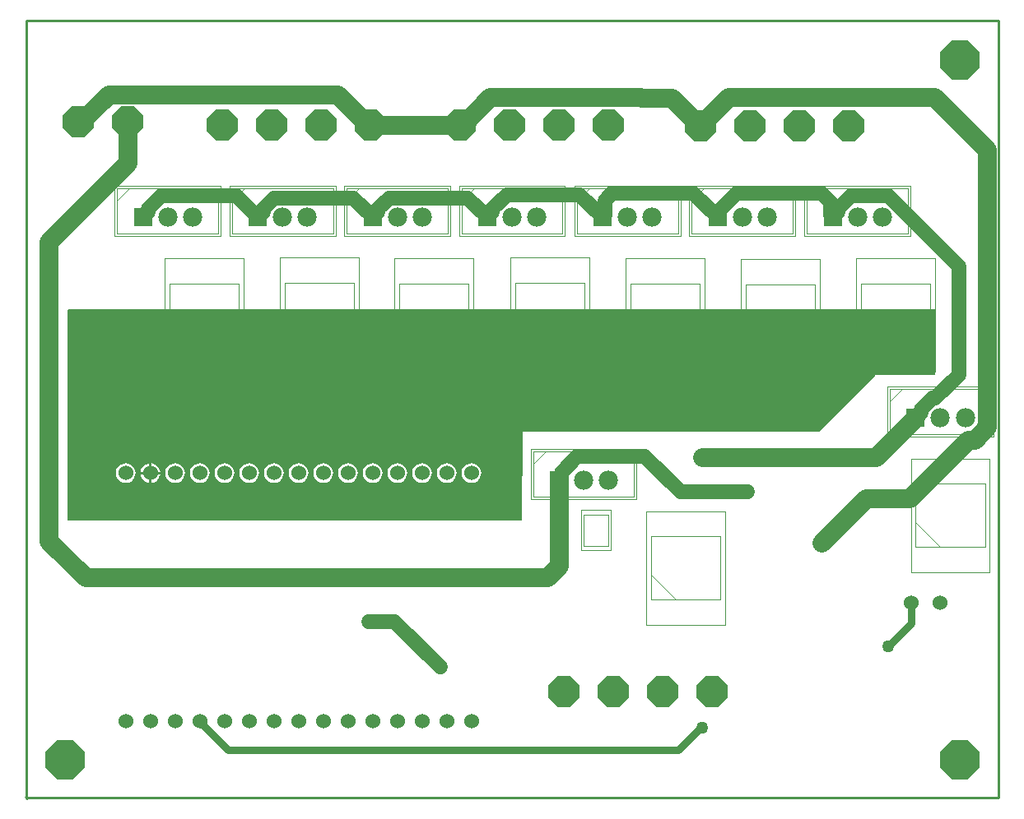
<source format=gbl>
G04*
G04 #@! TF.GenerationSoftware,Altium Limited,Altium Designer,20.0.13 (296)*
G04*
G04 Layer_Physical_Order=2*
G04 Layer_Color=16711680*
%FSLAX44Y44*%
%MOMM*%
G71*
G01*
G75*
%ADD10C,0.2540*%
%ADD14C,0.1000*%
%ADD15C,0.0500*%
%ADD34C,0.8000*%
%ADD35C,1.5240*%
%ADD36C,1.9800*%
%ADD37C,1.5240*%
%ADD38P,3.4641X8X202.5*%
%ADD39P,4.3296X8X22.5*%
%ADD40R,1.9800X1.9800*%
%ADD41C,1.9800*%
%ADD42C,1.2700*%
G36*
X895350Y396240D02*
X833120D01*
Y394970D01*
X775970Y337820D01*
X471170D01*
X469900Y246380D01*
X2540D01*
Y462280D01*
X3810Y463550D01*
X895350D01*
Y396240D01*
D02*
G37*
%LPC*%
G36*
X89070Y305081D02*
Y296270D01*
X97880D01*
X97698Y297652D01*
X96675Y300124D01*
X95046Y302246D01*
X92924Y303875D01*
X90452Y304898D01*
X89070Y305081D01*
D02*
G37*
G36*
X86530D02*
X85148Y304898D01*
X82676Y303875D01*
X80554Y302246D01*
X78925Y300124D01*
X77902Y297652D01*
X77719Y296270D01*
X86530D01*
Y305081D01*
D02*
G37*
G36*
X97880Y293730D02*
X89070D01*
Y284919D01*
X90452Y285102D01*
X92924Y286125D01*
X95046Y287754D01*
X96675Y289876D01*
X97698Y292348D01*
X97880Y293730D01*
D02*
G37*
G36*
X86530D02*
X77719D01*
X77902Y292348D01*
X78925Y289876D01*
X80554Y287754D01*
X82676Y286125D01*
X85148Y285102D01*
X86530Y284919D01*
Y293730D01*
D02*
G37*
G36*
X418000Y305248D02*
X415348Y304898D01*
X412876Y303875D01*
X410754Y302246D01*
X409125Y300124D01*
X408102Y297652D01*
X407752Y295000D01*
X408102Y292348D01*
X409125Y289876D01*
X410754Y287754D01*
X412876Y286125D01*
X415348Y285102D01*
X418000Y284752D01*
X420652Y285102D01*
X423124Y286125D01*
X425246Y287754D01*
X426875Y289876D01*
X427898Y292348D01*
X428248Y295000D01*
X427898Y297652D01*
X426875Y300124D01*
X425246Y302246D01*
X423124Y303875D01*
X420652Y304898D01*
X418000Y305248D01*
D02*
G37*
G36*
X392600D02*
X389948Y304898D01*
X387476Y303875D01*
X385354Y302246D01*
X383725Y300124D01*
X382701Y297652D01*
X382352Y295000D01*
X382701Y292348D01*
X383725Y289876D01*
X385354Y287754D01*
X387476Y286125D01*
X389948Y285102D01*
X392600Y284752D01*
X395252Y285102D01*
X397724Y286125D01*
X399846Y287754D01*
X401475Y289876D01*
X402499Y292348D01*
X402848Y295000D01*
X402499Y297652D01*
X401475Y300124D01*
X399846Y302246D01*
X397724Y303875D01*
X395252Y304898D01*
X392600Y305248D01*
D02*
G37*
G36*
X367200D02*
X364548Y304898D01*
X362076Y303875D01*
X359954Y302246D01*
X358325Y300124D01*
X357301Y297652D01*
X356952Y295000D01*
X357301Y292348D01*
X358325Y289876D01*
X359954Y287754D01*
X362076Y286125D01*
X364548Y285102D01*
X367200Y284752D01*
X369852Y285102D01*
X372324Y286125D01*
X374446Y287754D01*
X376075Y289876D01*
X377099Y292348D01*
X377448Y295000D01*
X377099Y297652D01*
X376075Y300124D01*
X374446Y302246D01*
X372324Y303875D01*
X369852Y304898D01*
X367200Y305248D01*
D02*
G37*
G36*
X341800D02*
X339148Y304898D01*
X336676Y303875D01*
X334554Y302246D01*
X332925Y300124D01*
X331902Y297652D01*
X331552Y295000D01*
X331902Y292348D01*
X332925Y289876D01*
X334554Y287754D01*
X336676Y286125D01*
X339148Y285102D01*
X341800Y284752D01*
X344452Y285102D01*
X346924Y286125D01*
X349046Y287754D01*
X350675Y289876D01*
X351698Y292348D01*
X352048Y295000D01*
X351698Y297652D01*
X350675Y300124D01*
X349046Y302246D01*
X346924Y303875D01*
X344452Y304898D01*
X341800Y305248D01*
D02*
G37*
G36*
X316400D02*
X313748Y304898D01*
X311276Y303875D01*
X309154Y302246D01*
X307525Y300124D01*
X306502Y297652D01*
X306152Y295000D01*
X306502Y292348D01*
X307525Y289876D01*
X309154Y287754D01*
X311276Y286125D01*
X313748Y285102D01*
X316400Y284752D01*
X319052Y285102D01*
X321524Y286125D01*
X323646Y287754D01*
X325275Y289876D01*
X326298Y292348D01*
X326648Y295000D01*
X326298Y297652D01*
X325275Y300124D01*
X323646Y302246D01*
X321524Y303875D01*
X319052Y304898D01*
X316400Y305248D01*
D02*
G37*
G36*
X291000D02*
X288348Y304898D01*
X285876Y303875D01*
X283754Y302246D01*
X282125Y300124D01*
X281101Y297652D01*
X280752Y295000D01*
X281101Y292348D01*
X282125Y289876D01*
X283754Y287754D01*
X285876Y286125D01*
X288348Y285102D01*
X291000Y284752D01*
X293652Y285102D01*
X296124Y286125D01*
X298246Y287754D01*
X299875Y289876D01*
X300898Y292348D01*
X301248Y295000D01*
X300898Y297652D01*
X299875Y300124D01*
X298246Y302246D01*
X296124Y303875D01*
X293652Y304898D01*
X291000Y305248D01*
D02*
G37*
G36*
X265600D02*
X262948Y304898D01*
X260476Y303875D01*
X258354Y302246D01*
X256725Y300124D01*
X255702Y297652D01*
X255352Y295000D01*
X255702Y292348D01*
X256725Y289876D01*
X258354Y287754D01*
X260476Y286125D01*
X262948Y285102D01*
X265600Y284752D01*
X268252Y285102D01*
X270724Y286125D01*
X272846Y287754D01*
X274475Y289876D01*
X275499Y292348D01*
X275848Y295000D01*
X275499Y297652D01*
X274475Y300124D01*
X272846Y302246D01*
X270724Y303875D01*
X268252Y304898D01*
X265600Y305248D01*
D02*
G37*
G36*
X240200D02*
X237548Y304898D01*
X235076Y303875D01*
X232954Y302246D01*
X231325Y300124D01*
X230301Y297652D01*
X229952Y295000D01*
X230301Y292348D01*
X231325Y289876D01*
X232954Y287754D01*
X235076Y286125D01*
X237548Y285102D01*
X240200Y284752D01*
X242852Y285102D01*
X245324Y286125D01*
X247446Y287754D01*
X249075Y289876D01*
X250098Y292348D01*
X250448Y295000D01*
X250098Y297652D01*
X249075Y300124D01*
X247446Y302246D01*
X245324Y303875D01*
X242852Y304898D01*
X240200Y305248D01*
D02*
G37*
G36*
X214800D02*
X212148Y304898D01*
X209676Y303875D01*
X207554Y302246D01*
X205925Y300124D01*
X204902Y297652D01*
X204552Y295000D01*
X204902Y292348D01*
X205925Y289876D01*
X207554Y287754D01*
X209676Y286125D01*
X212148Y285102D01*
X214800Y284752D01*
X217452Y285102D01*
X219924Y286125D01*
X222046Y287754D01*
X223675Y289876D01*
X224699Y292348D01*
X225048Y295000D01*
X224699Y297652D01*
X223675Y300124D01*
X222046Y302246D01*
X219924Y303875D01*
X217452Y304898D01*
X214800Y305248D01*
D02*
G37*
G36*
X189400D02*
X186748Y304898D01*
X184276Y303875D01*
X182154Y302246D01*
X180525Y300124D01*
X179501Y297652D01*
X179152Y295000D01*
X179501Y292348D01*
X180525Y289876D01*
X182154Y287754D01*
X184276Y286125D01*
X186748Y285102D01*
X189400Y284752D01*
X192052Y285102D01*
X194524Y286125D01*
X196646Y287754D01*
X198275Y289876D01*
X199298Y292348D01*
X199648Y295000D01*
X199298Y297652D01*
X198275Y300124D01*
X196646Y302246D01*
X194524Y303875D01*
X192052Y304898D01*
X189400Y305248D01*
D02*
G37*
G36*
X164000D02*
X161348Y304898D01*
X158876Y303875D01*
X156754Y302246D01*
X155125Y300124D01*
X154101Y297652D01*
X153752Y295000D01*
X154101Y292348D01*
X155125Y289876D01*
X156754Y287754D01*
X158876Y286125D01*
X161348Y285102D01*
X164000Y284752D01*
X166652Y285102D01*
X169124Y286125D01*
X171246Y287754D01*
X172875Y289876D01*
X173899Y292348D01*
X174248Y295000D01*
X173899Y297652D01*
X172875Y300124D01*
X171246Y302246D01*
X169124Y303875D01*
X166652Y304898D01*
X164000Y305248D01*
D02*
G37*
G36*
X138600D02*
X135948Y304898D01*
X133476Y303875D01*
X131354Y302246D01*
X129725Y300124D01*
X128701Y297652D01*
X128352Y295000D01*
X128701Y292348D01*
X129725Y289876D01*
X131354Y287754D01*
X133476Y286125D01*
X135948Y285102D01*
X138600Y284752D01*
X141252Y285102D01*
X143724Y286125D01*
X145846Y287754D01*
X147475Y289876D01*
X148498Y292348D01*
X148848Y295000D01*
X148498Y297652D01*
X147475Y300124D01*
X145846Y302246D01*
X143724Y303875D01*
X141252Y304898D01*
X138600Y305248D01*
D02*
G37*
G36*
X113200D02*
X110548Y304898D01*
X108076Y303875D01*
X105954Y302246D01*
X104325Y300124D01*
X103301Y297652D01*
X102952Y295000D01*
X103301Y292348D01*
X104325Y289876D01*
X105954Y287754D01*
X108076Y286125D01*
X110548Y285102D01*
X113200Y284752D01*
X115852Y285102D01*
X118324Y286125D01*
X120446Y287754D01*
X122075Y289876D01*
X123098Y292348D01*
X123448Y295000D01*
X123098Y297652D01*
X122075Y300124D01*
X120446Y302246D01*
X118324Y303875D01*
X115852Y304898D01*
X113200Y305248D01*
D02*
G37*
G36*
X62400D02*
X59748Y304898D01*
X57276Y303875D01*
X55154Y302246D01*
X53525Y300124D01*
X52502Y297652D01*
X52152Y295000D01*
X52502Y292348D01*
X53525Y289876D01*
X55154Y287754D01*
X57276Y286125D01*
X59748Y285102D01*
X62400Y284752D01*
X65052Y285102D01*
X67524Y286125D01*
X69646Y287754D01*
X71275Y289876D01*
X72298Y292348D01*
X72648Y295000D01*
X72298Y297652D01*
X71275Y300124D01*
X69646Y302246D01*
X67524Y303875D01*
X65052Y304898D01*
X62400Y305248D01*
D02*
G37*
%LPD*%
D10*
X-39880Y760730D02*
X960120D01*
Y560730D02*
Y760730D01*
Y160730D02*
Y560730D01*
Y-39270D02*
Y160730D01*
X-39880Y360730D02*
Y760730D01*
Y-39270D02*
Y360730D01*
X710120Y-39270D02*
X960120D01*
X210120D02*
X710120D01*
X-39880D02*
X210120D01*
X-40515Y-38635D02*
X-39245Y-39905D01*
D14*
X558600Y220220D02*
Y252220D01*
X533600Y220220D02*
X558600D01*
X533600D02*
Y252220D01*
X558600D01*
X602787Y164570D02*
Y229570D01*
X673988D01*
Y164570D02*
Y229570D01*
X602787Y164570D02*
X673988D01*
X602787Y189970D02*
X628187Y164570D01*
X481400Y316952D02*
X585400D01*
Y270952D02*
Y316952D01*
X481400Y270952D02*
X585400D01*
X481400D02*
Y316952D01*
Y304202D02*
X494150Y316952D01*
X848430Y381290D02*
X952430D01*
Y335290D02*
Y381290D01*
X848430Y335290D02*
X952430D01*
X848430D02*
Y381290D01*
Y368540D02*
X861180Y381290D01*
X818688Y425215D02*
Y490215D01*
X889887D01*
Y425215D02*
Y490215D01*
X818688Y425215D02*
X889887D01*
X818688Y450615D02*
X844088Y425215D01*
X699830Y424385D02*
Y489385D01*
X771030D01*
Y424385D02*
Y489385D01*
X699830Y424385D02*
X771030D01*
X699830Y449785D02*
X725230Y424385D01*
X581323Y425215D02*
Y490215D01*
X652523D01*
Y425215D02*
Y490215D01*
X581323Y425215D02*
X652523D01*
X581323Y450615D02*
X606723Y425215D01*
X463213Y425655D02*
Y490655D01*
X534412D01*
Y425655D02*
Y490655D01*
X463213Y425655D02*
X534412D01*
X463213Y451055D02*
X488613Y425655D01*
X343833Y425215D02*
Y490215D01*
X415033D01*
Y425215D02*
Y490215D01*
X343833Y425215D02*
X415033D01*
X343833Y450615D02*
X369233Y425215D01*
X226145Y425655D02*
Y490655D01*
X297345D01*
Y425655D02*
Y490655D01*
X226145Y425655D02*
X297345D01*
X226145Y451055D02*
X251545Y425655D01*
X107613Y425215D02*
Y490215D01*
X178813D01*
Y425215D02*
Y490215D01*
X107613Y425215D02*
X178813D01*
X107613Y450615D02*
X133013Y425215D01*
X874990Y218960D02*
Y283960D01*
X946190D01*
Y218960D02*
Y283960D01*
X874990Y218960D02*
X946190D01*
X874990Y244360D02*
X900390Y218960D01*
X53635Y587765D02*
X157635D01*
Y541765D02*
Y587765D01*
X53635Y541765D02*
X157635D01*
X53635D02*
Y587765D01*
Y575015D02*
X66385Y587765D01*
X289855D02*
X393855D01*
Y541765D02*
Y587765D01*
X289855Y541765D02*
X393855D01*
X289855D02*
Y587765D01*
Y575015D02*
X302605Y587765D01*
X171745D02*
X275745D01*
Y541765D02*
Y587765D01*
X171745Y541765D02*
X275745D01*
X171745D02*
Y587765D01*
Y575015D02*
X184495Y587765D01*
X407765D02*
X511765D01*
Y541765D02*
Y587765D01*
X407765Y541765D02*
X511765D01*
X407765D02*
Y587765D01*
Y575015D02*
X420515Y587765D01*
X526500D02*
X630500D01*
Y541765D02*
Y587765D01*
X526500Y541765D02*
X630500D01*
X526500D02*
Y587765D01*
Y575015D02*
X539250Y587765D01*
X644610D02*
X748610D01*
Y541765D02*
Y587765D01*
X644610Y541765D02*
X748610D01*
X644610D02*
Y587765D01*
Y575015D02*
X657360Y587765D01*
X763118D02*
X867117D01*
Y541765D02*
Y587765D01*
X763118Y541765D02*
X867117D01*
X763118D02*
Y587765D01*
Y575015D02*
X775867Y587765D01*
D15*
X561200Y215620D02*
Y256820D01*
X531000Y215620D02*
X561200D01*
X531000D02*
Y256820D01*
X561200D01*
X597788Y138570D02*
Y255570D01*
X678987D01*
Y138570D02*
Y255570D01*
X597788Y138570D02*
X678987D01*
X478900Y319453D02*
X587900D01*
Y268452D02*
Y319453D01*
X478900Y268452D02*
X587900D01*
X478900D02*
Y319453D01*
X845930Y383790D02*
X954930D01*
Y332790D02*
Y383790D01*
X845930Y332790D02*
X954930D01*
X845930D02*
Y383790D01*
X813688Y399215D02*
Y516215D01*
X894888D01*
Y399215D02*
Y516215D01*
X813688Y399215D02*
X894888D01*
X694830Y398385D02*
Y515385D01*
X776030D01*
Y398385D02*
Y515385D01*
X694830Y398385D02*
X776030D01*
X576323Y399215D02*
Y516215D01*
X657523D01*
Y399215D02*
Y516215D01*
X576323Y399215D02*
X657523D01*
X458213Y399655D02*
Y516655D01*
X539413D01*
Y399655D02*
Y516655D01*
X458213Y399655D02*
X539413D01*
X338833Y399215D02*
Y516215D01*
X420033D01*
Y399215D02*
Y516215D01*
X338833Y399215D02*
X420033D01*
X221145Y399655D02*
Y516655D01*
X302345D01*
Y399655D02*
Y516655D01*
X221145Y399655D02*
X302345D01*
X102612Y399215D02*
Y516215D01*
X183813D01*
Y399215D02*
Y516215D01*
X102612Y399215D02*
X183813D01*
X869990Y192960D02*
Y309960D01*
X951190D01*
Y192960D02*
Y309960D01*
X869990Y192960D02*
X951190D01*
X51135Y590265D02*
X160135D01*
Y539265D02*
Y590265D01*
X51135Y539265D02*
X160135D01*
X51135D02*
Y590265D01*
X287355D02*
X396355D01*
Y539265D02*
Y590265D01*
X287355Y539265D02*
X396355D01*
X287355D02*
Y590265D01*
X169245D02*
X278245D01*
Y539265D02*
Y590265D01*
X169245Y539265D02*
X278245D01*
X169245D02*
Y590265D01*
X405265D02*
X514265D01*
Y539265D02*
Y590265D01*
X405265Y539265D02*
X514265D01*
X405265D02*
Y590265D01*
X524000D02*
X633000D01*
Y539265D02*
Y590265D01*
X524000Y539265D02*
X633000D01*
X524000D02*
Y590265D01*
X642110D02*
X751110D01*
Y539265D02*
Y590265D01*
X642110Y539265D02*
X751110D01*
X642110D02*
Y590265D01*
X760618D02*
X869617D01*
Y539265D02*
Y590265D01*
X760618Y539265D02*
X869617D01*
X760618D02*
Y590265D01*
D34*
X137285Y40105D02*
X167390Y10000D01*
X631028D02*
X654048Y33020D01*
X167390Y10000D02*
X631028D01*
X654048Y33020D02*
X655320D01*
X870190Y139940D02*
Y161290D01*
X847090Y116840D02*
X870190Y139940D01*
D35*
X339090Y142240D02*
X386080Y95250D01*
X312420Y142240D02*
X339090D01*
X846824Y580427D02*
X919480Y507772D01*
Y396340D02*
Y507772D01*
X894990Y371850D02*
X919480Y396340D01*
X874930Y351790D02*
X880370Y357230D01*
Y360099D02*
X892121Y371850D01*
X894990D01*
X880370Y357230D02*
Y360099D01*
X808911Y580427D02*
X846824D01*
X507900Y287453D02*
X510180Y289733D01*
Y295550D01*
X527050Y312420D01*
X596265D01*
X633095Y275590D01*
X702310D01*
X533400Y287453D02*
Y288687D01*
X80135Y558265D02*
X85575Y563705D01*
Y566574D01*
X99391Y580390D01*
X176120D02*
X198245Y558265D01*
X99391Y580390D02*
X176120D01*
X215436Y578325D02*
X287815D01*
X288290Y577850D01*
X203685Y566574D02*
X215436Y578325D01*
X203685Y563705D02*
Y566574D01*
X198245Y558265D02*
X203685Y563705D01*
X296770Y577850D02*
X316355Y558265D01*
X288290Y577850D02*
X296770D01*
X321795Y566574D02*
X333546Y578325D01*
X321795Y563705D02*
Y566574D01*
X333546Y578325D02*
X414205D01*
X316355Y558265D02*
X321795Y563705D01*
X414205Y578325D02*
X434265Y558265D01*
X439705Y563705D01*
Y566574D01*
X454791Y581660D01*
X529605D02*
X553000Y558265D01*
X454791Y581660D02*
X529605D01*
X553000Y558265D02*
X555280Y560545D01*
Y575600D01*
X562610Y582930D01*
X646445D01*
X671110Y558265D01*
X673390Y560545D01*
Y565440D01*
X787337Y560545D02*
Y574003D01*
X778410Y582930D02*
X787337Y574003D01*
X690880Y582930D02*
X778410D01*
X673390Y565440D02*
X690880Y582930D01*
X787337Y560545D02*
X789617Y558265D01*
X795058Y566574D02*
X808911Y580427D01*
X795058Y563705D02*
Y566574D01*
X789617Y558265D02*
X795058Y563705D01*
D36*
X-16510Y224790D02*
Y533400D01*
X64770Y614680D02*
Y656590D01*
X-16510Y533400D02*
X64770Y614680D01*
X-16510Y224790D02*
X20840Y187440D01*
X496050D01*
X507900Y199290D01*
Y287453D01*
X778510Y223520D02*
X824230Y269240D01*
X868680D01*
X928890Y329450D01*
X893911Y681957D02*
X948270Y627598D01*
Y342536D02*
Y627598D01*
X928890Y329450D02*
X935184D01*
X682279Y681957D02*
X893911D01*
X935184Y329450D02*
X948270Y342536D01*
X653837Y653515D02*
X682279Y681957D01*
X651635Y653515D02*
X653837D01*
X280096Y685032D02*
X311613Y653515D01*
X44614Y685032D02*
X280096D01*
X311613Y653515D02*
X313815D01*
X16172Y656590D02*
X44614Y685032D01*
X13970Y656590D02*
X16172D01*
X834290Y311150D02*
X874930Y351790D01*
X655320Y311150D02*
X834290D01*
X651635Y653515D02*
X651635D01*
X623848Y681301D02*
X651635Y653515D01*
X591853Y681957D02*
X592509Y681301D01*
X623848D01*
X437169Y681957D02*
X591853D01*
X408727Y653515D02*
X437169Y681957D01*
X406525Y653515D02*
X408727D01*
X313815D02*
X406525D01*
D37*
X418000Y295000D02*
D03*
X392600D02*
D03*
X367200D02*
D03*
X341800D02*
D03*
X316400D02*
D03*
X291000D02*
D03*
X265600D02*
D03*
X240200D02*
D03*
X214800D02*
D03*
X189400D02*
D03*
X164000D02*
D03*
X138600D02*
D03*
X113200D02*
D03*
X87800D02*
D03*
X62400D02*
D03*
X418000Y39600D02*
D03*
X392600D02*
D03*
X341800D02*
D03*
X291000D02*
D03*
X316400D02*
D03*
X265600D02*
D03*
X240200D02*
D03*
X214800D02*
D03*
X189400D02*
D03*
X164000D02*
D03*
X138600D02*
D03*
X113200D02*
D03*
X87800D02*
D03*
X62400D02*
D03*
X367200D02*
D03*
X870190Y161290D02*
D03*
X900190D02*
D03*
D38*
X665480Y69850D02*
D03*
X614680D02*
D03*
X563880D02*
D03*
X513080D02*
D03*
X64770Y656590D02*
D03*
X13970D02*
D03*
X406525Y653515D02*
D03*
X457325D02*
D03*
X508125D02*
D03*
X558925D02*
D03*
X654050Y652780D02*
D03*
X704850D02*
D03*
X755650D02*
D03*
X806450D02*
D03*
X161415Y653515D02*
D03*
X212215D02*
D03*
X263015D02*
D03*
X313815D02*
D03*
D39*
X920000Y720000D02*
D03*
Y0D02*
D03*
X0D02*
D03*
D40*
X507900Y287453D02*
D03*
X874930Y351790D02*
D03*
X80135Y558265D02*
D03*
X316355D02*
D03*
X198245D02*
D03*
X434265D02*
D03*
X553000D02*
D03*
X671110D02*
D03*
X789617D02*
D03*
D41*
X533400Y287453D02*
D03*
X558900D02*
D03*
X900430Y351790D02*
D03*
X925930D02*
D03*
X105635Y558265D02*
D03*
X131135D02*
D03*
X341855D02*
D03*
X367355D02*
D03*
X223745D02*
D03*
X249245D02*
D03*
X459765D02*
D03*
X485265D02*
D03*
X578500D02*
D03*
X604000D02*
D03*
X696610D02*
D03*
X722110D02*
D03*
X815117D02*
D03*
X840618D02*
D03*
D42*
X655320Y33020D02*
D03*
X847090Y116840D02*
D03*
X312420Y142240D02*
D03*
X386080Y95250D02*
D03*
X778510Y223520D02*
D03*
X702310Y275590D02*
D03*
X655320Y311150D02*
D03*
M02*

</source>
